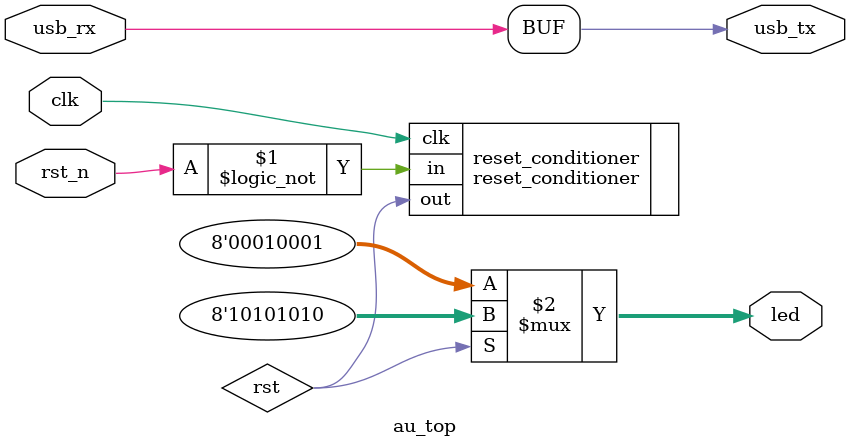
<source format=v>
module au_top(
    input clk,
    input rst_n,
    output[7:0] led,
    input usb_rx,
    output usb_tx
    );

    wire rst;

    reset_conditioner reset_conditioner(.clk(clk), .in(!rst_n), .out(rst));

    assign led = rst ? 8'hAA : 8'h11;

    assign usb_tx = usb_rx;

endmodule
</source>
